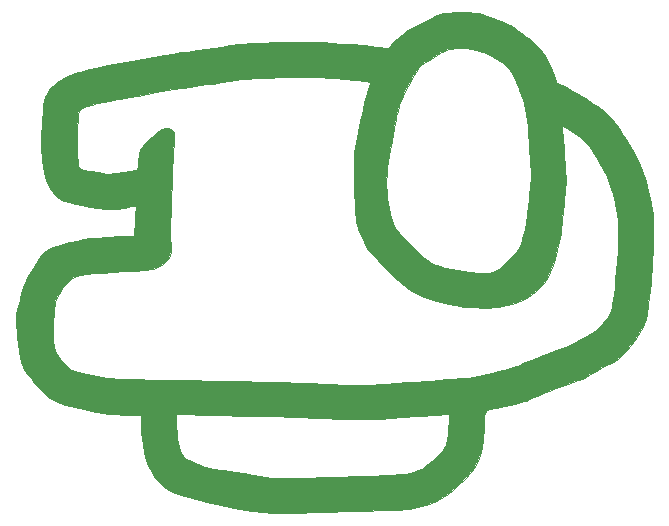
<source format=gbr>
%TF.GenerationSoftware,KiCad,Pcbnew,7.0.8*%
%TF.CreationDate,2023-10-19T16:09:30-04:00*%
%TF.ProjectId,CAN-Board-V1,43414e2d-426f-4617-9264-2d56312e6b69,rev?*%
%TF.SameCoordinates,Original*%
%TF.FileFunction,Legend,Bot*%
%TF.FilePolarity,Positive*%
%FSLAX46Y46*%
G04 Gerber Fmt 4.6, Leading zero omitted, Abs format (unit mm)*
G04 Created by KiCad (PCBNEW 7.0.8) date 2023-10-19 16:09:30*
%MOMM*%
%LPD*%
G01*
G04 APERTURE LIST*
%ADD10C,0.010000*%
G04 APERTURE END LIST*
%TO.C,G\u002A\u002A\u002A*%
D10*
X118846115Y-42657961D02*
X119340702Y-42693700D01*
X119738694Y-42752479D01*
X119790977Y-42763677D01*
X120721965Y-43025450D01*
X121651977Y-43397524D01*
X122535717Y-43859233D01*
X123327885Y-44389913D01*
X123451792Y-44484314D01*
X123756697Y-44715309D01*
X124044160Y-44931527D01*
X124265333Y-45096169D01*
X124422988Y-45222561D01*
X124835829Y-45649266D01*
X125229695Y-46192062D01*
X125590448Y-46829854D01*
X125903952Y-47541543D01*
X125943305Y-47643614D01*
X126076272Y-47984481D01*
X126191194Y-48273168D01*
X126276892Y-48481847D01*
X126322187Y-48582687D01*
X126384090Y-48640069D01*
X126551649Y-48739903D01*
X126775910Y-48844021D01*
X126943669Y-48918099D01*
X127334343Y-49114242D01*
X127805344Y-49373839D01*
X128332369Y-49682852D01*
X128891117Y-50027243D01*
X129457286Y-50392973D01*
X129668715Y-50535922D01*
X130325251Y-51031713D01*
X130875099Y-51543401D01*
X131346929Y-52099968D01*
X131769412Y-52730400D01*
X131908203Y-52959253D01*
X132174919Y-53392480D01*
X132450958Y-53834375D01*
X132694757Y-54218114D01*
X132898313Y-54551566D01*
X133169392Y-55062993D01*
X133415990Y-55621538D01*
X133645060Y-56246734D01*
X133863555Y-56958112D01*
X134078431Y-57775204D01*
X134296639Y-58717543D01*
X134350132Y-58963862D01*
X134399813Y-59210140D01*
X134437040Y-59433984D01*
X134463353Y-59659329D01*
X134480294Y-59910116D01*
X134489402Y-60210283D01*
X134492219Y-60583768D01*
X134490284Y-61054509D01*
X134485140Y-61646445D01*
X134484161Y-61747705D01*
X134476185Y-62397490D01*
X134464946Y-62951960D01*
X134448414Y-63445317D01*
X134424560Y-63911760D01*
X134391354Y-64385489D01*
X134346765Y-64900706D01*
X134288764Y-65491609D01*
X134215321Y-66192400D01*
X134160904Y-66682386D01*
X134062035Y-67467941D01*
X133964082Y-68109565D01*
X133866917Y-68608037D01*
X133770416Y-68964140D01*
X133630967Y-69305115D01*
X133349152Y-69824699D01*
X132966079Y-70404923D01*
X132490713Y-71031304D01*
X132350587Y-71202457D01*
X131963110Y-71635755D01*
X131608637Y-71962439D01*
X131265392Y-72200964D01*
X130911600Y-72369788D01*
X130777498Y-72428367D01*
X130515152Y-72559803D01*
X130201865Y-72729539D01*
X129879653Y-72915362D01*
X129631150Y-73062474D01*
X129189992Y-73314969D01*
X128814941Y-73513368D01*
X128469200Y-73675497D01*
X128115971Y-73819181D01*
X127718457Y-73962243D01*
X127326073Y-74100115D01*
X126800095Y-74291431D01*
X126246585Y-74498587D01*
X125692954Y-74710922D01*
X125166612Y-74917773D01*
X124694970Y-75108478D01*
X124305437Y-75272375D01*
X124025423Y-75398802D01*
X123897027Y-75459286D01*
X123731745Y-75530754D01*
X123555725Y-75596516D01*
X123350206Y-75661634D01*
X123096428Y-75731170D01*
X122775628Y-75810184D01*
X122369045Y-75903739D01*
X121857918Y-76016896D01*
X121223486Y-76154717D01*
X121052891Y-76191116D01*
X120714556Y-76265685D01*
X120478416Y-76338274D01*
X120325869Y-76433355D01*
X120238316Y-76575395D01*
X120197156Y-76788864D01*
X120183789Y-77098232D01*
X120179614Y-77527969D01*
X120167738Y-77960119D01*
X120108710Y-78749544D01*
X120005277Y-79474687D01*
X119861358Y-80116050D01*
X119680871Y-80654137D01*
X119467737Y-81069450D01*
X119321975Y-81275751D01*
X118978361Y-81694488D01*
X118560283Y-82142394D01*
X118094471Y-82595109D01*
X117607654Y-83028275D01*
X117126560Y-83417531D01*
X116677918Y-83738519D01*
X116288457Y-83966879D01*
X116257730Y-83981888D01*
X115920043Y-84129406D01*
X115528572Y-84277715D01*
X115161900Y-84396826D01*
X115155381Y-84398702D01*
X114837248Y-84485754D01*
X114524458Y-84560352D01*
X114201961Y-84623783D01*
X113854709Y-84677333D01*
X113467654Y-84722289D01*
X113025747Y-84759935D01*
X112513940Y-84791559D01*
X111917184Y-84818446D01*
X111220432Y-84841882D01*
X110408634Y-84863154D01*
X109466743Y-84883547D01*
X108879472Y-84896083D01*
X108147681Y-84913598D01*
X107442270Y-84932470D01*
X106783032Y-84952069D01*
X106189755Y-84971769D01*
X105682231Y-84990941D01*
X105280249Y-85008957D01*
X105003600Y-85025189D01*
X104830174Y-85037364D01*
X103947038Y-85081773D01*
X103339999Y-85087257D01*
X103116380Y-85089276D01*
X102300311Y-85057649D01*
X101460940Y-84984669D01*
X100560381Y-84868113D01*
X99560742Y-84705757D01*
X99034132Y-84611582D01*
X98268233Y-84465346D01*
X97591388Y-84322426D01*
X96969282Y-84175421D01*
X96367600Y-84016928D01*
X96144826Y-83955357D01*
X95688071Y-83829222D01*
X95206746Y-83696404D01*
X94774132Y-83577129D01*
X94249966Y-83416119D01*
X93606476Y-83152848D01*
X93073974Y-82838859D01*
X92633811Y-82460089D01*
X92267337Y-82002475D01*
X91955904Y-81451955D01*
X91895562Y-81325676D01*
X91655985Y-80787244D01*
X91481978Y-80309271D01*
X91360181Y-79842672D01*
X91277237Y-79338363D01*
X91219784Y-78747257D01*
X91216122Y-78698227D01*
X91187581Y-78276686D01*
X91164297Y-77864924D01*
X91148583Y-77507893D01*
X91142752Y-77250541D01*
X91142457Y-76769825D01*
X89890600Y-76731114D01*
X89649769Y-76722735D01*
X89042157Y-76690811D01*
X88648097Y-76656655D01*
X94117885Y-76656655D01*
X94128441Y-77230242D01*
X94141485Y-77728860D01*
X94170475Y-78284101D01*
X94216141Y-78739975D01*
X94282174Y-79122404D01*
X94372265Y-79457313D01*
X94490105Y-79770624D01*
X94600377Y-80022074D01*
X94703992Y-80217928D01*
X94814576Y-80351224D01*
X94965124Y-80460373D01*
X95188631Y-80583785D01*
X95369116Y-80676351D01*
X95938999Y-80928567D01*
X96543050Y-81131586D01*
X97217969Y-81296510D01*
X98000457Y-81434443D01*
X98074649Y-81445674D01*
X98603821Y-81526876D01*
X99186625Y-81617834D01*
X99757321Y-81708224D01*
X100250171Y-81787724D01*
X100459113Y-81822134D01*
X100776632Y-81874986D01*
X101061241Y-81921802D01*
X101322829Y-81962691D01*
X101571285Y-81997758D01*
X101816497Y-82027112D01*
X102068353Y-82050859D01*
X102336743Y-82069105D01*
X102631555Y-82081958D01*
X102962677Y-82089525D01*
X103339999Y-82091913D01*
X103773407Y-82089228D01*
X104272792Y-82081577D01*
X104848042Y-82069068D01*
X105509044Y-82051807D01*
X106265689Y-82029901D01*
X107127864Y-82003458D01*
X108105458Y-81972583D01*
X109208359Y-81937384D01*
X110446457Y-81897968D01*
X110833536Y-81885270D01*
X111665681Y-81853319D01*
X112374745Y-81816360D01*
X112976296Y-81770797D01*
X113485903Y-81713036D01*
X113919137Y-81639485D01*
X114291565Y-81546550D01*
X114618757Y-81430635D01*
X114916281Y-81288149D01*
X115199708Y-81115496D01*
X115484605Y-80909084D01*
X115786542Y-80665317D01*
X116058253Y-80430844D01*
X116462255Y-80039042D01*
X116743764Y-79695429D01*
X116909219Y-79392703D01*
X116944900Y-79290951D01*
X117044874Y-78897240D01*
X117124296Y-78418814D01*
X117176695Y-77900949D01*
X117195600Y-77388925D01*
X117195600Y-76660217D01*
X116705742Y-76706208D01*
X116672002Y-76709239D01*
X116423963Y-76727926D01*
X116067664Y-76751025D01*
X115633744Y-76776707D01*
X115152843Y-76803144D01*
X114655600Y-76828509D01*
X114640463Y-76829252D01*
X114104348Y-76858707D01*
X113550385Y-76894460D01*
X113019296Y-76933521D01*
X112551800Y-76972900D01*
X112188616Y-77009610D01*
X112108893Y-77018363D01*
X111584266Y-77060077D01*
X110944078Y-77089497D01*
X110212980Y-77106629D01*
X109946234Y-77108251D01*
X109415627Y-77111477D01*
X108576668Y-77104048D01*
X107720759Y-77084348D01*
X106872549Y-77052382D01*
X106056693Y-77008157D01*
X105954733Y-77001967D01*
X105515291Y-76979421D01*
X104957972Y-76955673D01*
X104303921Y-76931394D01*
X103574282Y-76907258D01*
X102790199Y-76883938D01*
X101972819Y-76862108D01*
X101143285Y-76842440D01*
X100322742Y-76825608D01*
X99974948Y-76818984D01*
X99182862Y-76803223D01*
X98410230Y-76786965D01*
X97675005Y-76770638D01*
X96995139Y-76754671D01*
X96388584Y-76739493D01*
X95873293Y-76725532D01*
X95467219Y-76713217D01*
X95188314Y-76702978D01*
X94117885Y-76656655D01*
X88648097Y-76656655D01*
X88473783Y-76641546D01*
X87909023Y-76569973D01*
X87312255Y-76471122D01*
X86647856Y-76340023D01*
X85880202Y-76171709D01*
X85796982Y-76152758D01*
X85195997Y-76010213D01*
X84712608Y-75882521D01*
X84323997Y-75761962D01*
X84007346Y-75640815D01*
X83739837Y-75511358D01*
X83498651Y-75365872D01*
X83200730Y-75139569D01*
X82844310Y-74820261D01*
X82469816Y-74445749D01*
X82109843Y-74048676D01*
X81796984Y-73661683D01*
X81602931Y-73395262D01*
X81357436Y-73019692D01*
X81162656Y-72654362D01*
X81010402Y-72273377D01*
X80892486Y-71850842D01*
X80800721Y-71360859D01*
X80726918Y-70777535D01*
X80662890Y-70074971D01*
X80657009Y-70000215D01*
X83682218Y-70000215D01*
X83700526Y-70502307D01*
X83742975Y-70893386D01*
X83764541Y-70994037D01*
X83862995Y-71293197D01*
X83992463Y-71566319D01*
X84025846Y-71620138D01*
X84184302Y-71839792D01*
X84394748Y-72098912D01*
X84629288Y-72366444D01*
X84860025Y-72611332D01*
X85059064Y-72802520D01*
X85198508Y-72908955D01*
X85270968Y-72936634D01*
X85477370Y-72996768D01*
X85781495Y-73075759D01*
X86157223Y-73167537D01*
X86578436Y-73266029D01*
X87019014Y-73365164D01*
X87452838Y-73458869D01*
X87853788Y-73541074D01*
X88195746Y-73605706D01*
X88273635Y-73618560D01*
X88473835Y-73644555D01*
X88721571Y-73667409D01*
X89029044Y-73687576D01*
X89408455Y-73705512D01*
X89872004Y-73721669D01*
X90431893Y-73736504D01*
X91100321Y-73750470D01*
X91889490Y-73764021D01*
X92811600Y-73777612D01*
X93961844Y-73794112D01*
X95568108Y-73819106D01*
X97098712Y-73845264D01*
X98546708Y-73872415D01*
X99905149Y-73900392D01*
X101167085Y-73929027D01*
X102325570Y-73958151D01*
X103373653Y-73987595D01*
X104304388Y-74017191D01*
X105110826Y-74046771D01*
X105786018Y-74076165D01*
X106323016Y-74105206D01*
X106357295Y-74107315D01*
X107285574Y-74155765D01*
X108208600Y-74188137D01*
X109103209Y-74204419D01*
X109946234Y-74204597D01*
X110714513Y-74188659D01*
X111384880Y-74156592D01*
X111934171Y-74108382D01*
X112020749Y-74098634D01*
X112449475Y-74057471D01*
X112953852Y-74017602D01*
X113478034Y-73983152D01*
X113966171Y-73958249D01*
X114018705Y-73956008D01*
X114556879Y-73928144D01*
X115161363Y-73889863D01*
X115761955Y-73845916D01*
X116288457Y-73801055D01*
X116462703Y-73784965D01*
X116920170Y-73744864D01*
X117362676Y-73708781D01*
X117747062Y-73680154D01*
X118030171Y-73662416D01*
X118226896Y-73651607D01*
X118594121Y-73624529D01*
X118924240Y-73586473D01*
X119261530Y-73530618D01*
X119650271Y-73450145D01*
X120134743Y-73338231D01*
X120419351Y-73271776D01*
X120891605Y-73164967D01*
X121360601Y-73062314D01*
X121757492Y-72979055D01*
X121829506Y-72963962D01*
X122253123Y-72857215D01*
X122647414Y-72730380D01*
X122954921Y-72601571D01*
X122976632Y-72590711D01*
X123196916Y-72488635D01*
X123500052Y-72360309D01*
X123895103Y-72202228D01*
X124391132Y-72010892D01*
X124997203Y-71782797D01*
X125722378Y-71514441D01*
X126575722Y-71202321D01*
X126886455Y-71082469D01*
X127292197Y-70909778D01*
X127665880Y-70734630D01*
X127954579Y-70580878D01*
X128054282Y-70522475D01*
X128396153Y-70326963D01*
X128777761Y-70113875D01*
X129133600Y-69919932D01*
X129147307Y-69912567D01*
X129597491Y-69642611D01*
X129968630Y-69349873D01*
X130302591Y-68996122D01*
X130641236Y-68543127D01*
X130687221Y-68474195D01*
X130778621Y-68318314D01*
X130859405Y-68144699D01*
X130931723Y-67940652D01*
X130997729Y-67693471D01*
X131059573Y-67390458D01*
X131119408Y-67018912D01*
X131179386Y-66566132D01*
X131241658Y-66019420D01*
X131308376Y-65366075D01*
X131381692Y-64593397D01*
X131463758Y-63688686D01*
X131466003Y-63663365D01*
X131514894Y-62968475D01*
X131542989Y-62253481D01*
X131550762Y-61545739D01*
X131538689Y-60872605D01*
X131507244Y-60261433D01*
X131456903Y-59739580D01*
X131388141Y-59334400D01*
X131269142Y-58830937D01*
X131068589Y-58049205D01*
X130875565Y-57389263D01*
X130685349Y-56836705D01*
X130493222Y-56377124D01*
X130294464Y-55996114D01*
X130266151Y-55947470D01*
X130109252Y-55668083D01*
X129928505Y-55334655D01*
X129757590Y-55009105D01*
X129534314Y-54620719D01*
X129137615Y-54066195D01*
X128689160Y-53564367D01*
X128226457Y-53160520D01*
X128096533Y-53066583D01*
X127834224Y-52887544D01*
X127554882Y-52707061D01*
X127285903Y-52541771D01*
X127054680Y-52408310D01*
X126888608Y-52323314D01*
X126815081Y-52303418D01*
X126813005Y-52330791D01*
X126818079Y-52482516D01*
X126833194Y-52751552D01*
X126857198Y-53120537D01*
X126888940Y-53572106D01*
X126927266Y-54088896D01*
X126971025Y-54653543D01*
X127154688Y-56975829D01*
X126995027Y-58681257D01*
X126974536Y-58895951D01*
X126832754Y-60184659D01*
X126671099Y-61335865D01*
X126488310Y-62355162D01*
X126283126Y-63248141D01*
X126054288Y-64020396D01*
X125800537Y-64677517D01*
X125520611Y-65225098D01*
X125469337Y-65305377D01*
X125238072Y-65600619D01*
X124931468Y-65928714D01*
X124585333Y-66255239D01*
X124235475Y-66545775D01*
X123917703Y-66765900D01*
X123790879Y-66837980D01*
X123230647Y-67092601D01*
X122530886Y-67326638D01*
X121695028Y-67538896D01*
X121495567Y-67581279D01*
X121227901Y-67627679D01*
X120961992Y-67656319D01*
X120661177Y-67669533D01*
X120288791Y-67669657D01*
X120170382Y-67667037D01*
X119808171Y-67659023D01*
X119721141Y-67656511D01*
X119279310Y-67639461D01*
X118896942Y-67614027D01*
X118533899Y-67575195D01*
X118150039Y-67517952D01*
X117705224Y-67437284D01*
X117159314Y-67328178D01*
X116508632Y-67189050D01*
X115882320Y-67036081D01*
X115336731Y-66872994D01*
X114849733Y-66687484D01*
X114399194Y-66467243D01*
X113962982Y-66199968D01*
X113518963Y-65873351D01*
X113045007Y-65475088D01*
X112518980Y-64992873D01*
X111918751Y-64414400D01*
X111432904Y-63932424D01*
X111017448Y-63500613D01*
X110681351Y-63121305D01*
X110409034Y-62772837D01*
X110184918Y-62433545D01*
X109993423Y-62081767D01*
X109818969Y-61695839D01*
X109645977Y-61254098D01*
X109544295Y-60965459D01*
X109457967Y-60678109D01*
X109387238Y-60380279D01*
X109330466Y-60055139D01*
X109286010Y-59685859D01*
X109252230Y-59255607D01*
X109227485Y-58747555D01*
X109210132Y-58144872D01*
X109198532Y-57430727D01*
X109198343Y-57409425D01*
X111918148Y-57409425D01*
X111936852Y-57859764D01*
X111980450Y-58339332D01*
X112050506Y-58898971D01*
X112108120Y-59233765D01*
X112234515Y-59749507D01*
X112397812Y-60259358D01*
X112582630Y-60717000D01*
X112773583Y-61076114D01*
X112873872Y-61206216D01*
X113072207Y-61428572D01*
X113340919Y-61711241D01*
X113659972Y-62034715D01*
X114009329Y-62379486D01*
X114368956Y-62726044D01*
X114718816Y-63054882D01*
X115038873Y-63346490D01*
X115309091Y-63581360D01*
X115509435Y-63739983D01*
X115636386Y-63824944D01*
X115860839Y-63947082D01*
X116130347Y-64058623D01*
X116464659Y-64165621D01*
X116883526Y-64274130D01*
X117406697Y-64390202D01*
X118053922Y-64519892D01*
X118367030Y-64578579D01*
X119074258Y-64692728D01*
X119669593Y-64757589D01*
X120170382Y-64774030D01*
X120593973Y-64742918D01*
X120957715Y-64665121D01*
X121125326Y-64604718D01*
X121300876Y-64510605D01*
X121497766Y-64367463D01*
X121741925Y-64156295D01*
X122059284Y-63858105D01*
X122176257Y-63745360D01*
X122484410Y-63439496D01*
X122742995Y-63159808D01*
X122958540Y-62889248D01*
X123137575Y-62610770D01*
X123286627Y-62307328D01*
X123412226Y-61961875D01*
X123520900Y-61557366D01*
X123619179Y-61076753D01*
X123713590Y-60502990D01*
X123810662Y-59819030D01*
X123916925Y-59007829D01*
X123966755Y-58616462D01*
X124030990Y-58088918D01*
X124080524Y-57629938D01*
X124115637Y-57215836D01*
X124136611Y-56822921D01*
X124143727Y-56427505D01*
X124137265Y-56005900D01*
X124117507Y-55534418D01*
X124084734Y-54989370D01*
X124039227Y-54347067D01*
X123981266Y-53583822D01*
X123945574Y-53133011D01*
X123882835Y-52416264D01*
X123819098Y-51809457D01*
X123750246Y-51289972D01*
X123672160Y-50835190D01*
X123580722Y-50422489D01*
X123471814Y-50029252D01*
X123341319Y-49632857D01*
X123185117Y-49210686D01*
X123129783Y-49068047D01*
X122913956Y-48539909D01*
X122717629Y-48119457D01*
X122524652Y-47780792D01*
X122318870Y-47498012D01*
X122084133Y-47245217D01*
X121804287Y-46996505D01*
X121110636Y-46494776D01*
X120320888Y-46084501D01*
X119494327Y-45813646D01*
X118634336Y-45683294D01*
X117744293Y-45694529D01*
X117740345Y-45694889D01*
X117401860Y-45734915D01*
X117135722Y-45795782D01*
X116877561Y-45897384D01*
X116563010Y-46059614D01*
X116229876Y-46245738D01*
X115676138Y-46575889D01*
X115215023Y-46879851D01*
X114860490Y-47148170D01*
X114626499Y-47371390D01*
X114564556Y-47450688D01*
X114397214Y-47702631D01*
X114193037Y-48045251D01*
X113966992Y-48450028D01*
X113734047Y-48888444D01*
X113509172Y-49331980D01*
X113307335Y-49752116D01*
X113143504Y-50120334D01*
X113032647Y-50408114D01*
X112967053Y-50625967D01*
X112870943Y-50998738D01*
X112776364Y-51416523D01*
X112696631Y-51823257D01*
X112663409Y-52007366D01*
X112582241Y-52442972D01*
X112485891Y-52946710D01*
X112383707Y-53469964D01*
X112285035Y-53964114D01*
X112236743Y-54212895D01*
X112146148Y-54733386D01*
X112065903Y-55261397D01*
X112003298Y-55747248D01*
X111965621Y-56141257D01*
X111949159Y-56393067D01*
X111922772Y-56937473D01*
X111918148Y-57409425D01*
X109198343Y-57409425D01*
X109191043Y-56588290D01*
X109187826Y-55956205D01*
X109187833Y-55429572D01*
X109191959Y-55012221D01*
X109200951Y-54685955D01*
X109215561Y-54432579D01*
X109236536Y-54233897D01*
X109264626Y-54071712D01*
X109300580Y-53927829D01*
X109317083Y-53865913D01*
X109374879Y-53617903D01*
X109449911Y-53265466D01*
X109536521Y-52836397D01*
X109629045Y-52358490D01*
X109721824Y-51859543D01*
X109772202Y-51588892D01*
X109902086Y-50942676D01*
X110032546Y-50361789D01*
X110157474Y-49872474D01*
X110270764Y-49500971D01*
X110348943Y-49275631D01*
X110447889Y-48990324D01*
X110523248Y-48772894D01*
X110563017Y-48657964D01*
X110568853Y-48631219D01*
X110543125Y-48579789D01*
X110443073Y-48538509D01*
X110245257Y-48499973D01*
X109926240Y-48456777D01*
X109853511Y-48447881D01*
X109610402Y-48419894D01*
X109343464Y-48392180D01*
X109035415Y-48363291D01*
X108668970Y-48331776D01*
X108226849Y-48296187D01*
X107691769Y-48255075D01*
X107046446Y-48206990D01*
X106273600Y-48150482D01*
X105957974Y-48131073D01*
X105495197Y-48114185D01*
X104971648Y-48108063D01*
X104366335Y-48112731D01*
X103658268Y-48128214D01*
X102826457Y-48154536D01*
X102040949Y-48184344D01*
X101361742Y-48215837D01*
X100764346Y-48251584D01*
X100216963Y-48294410D01*
X99687795Y-48347140D01*
X99145043Y-48412601D01*
X98556911Y-48493616D01*
X97891600Y-48593012D01*
X97635935Y-48631523D01*
X97180026Y-48698307D01*
X96658849Y-48773020D01*
X96118631Y-48849055D01*
X95605600Y-48919802D01*
X95343543Y-48955896D01*
X93862993Y-49177300D01*
X92418382Y-49425605D01*
X90924743Y-49715250D01*
X90710211Y-49758235D01*
X90240170Y-49848107D01*
X89781892Y-49930613D01*
X89378764Y-49998075D01*
X89074171Y-50042811D01*
X88867425Y-50072212D01*
X88419144Y-50150230D01*
X87933350Y-50249491D01*
X87446254Y-50361451D01*
X86994069Y-50477567D01*
X86613006Y-50589294D01*
X86339276Y-50688088D01*
X86194644Y-50752745D01*
X86063143Y-50827421D01*
X85962826Y-50920329D01*
X85888693Y-51049593D01*
X85835745Y-51233335D01*
X85798983Y-51489678D01*
X85773406Y-51836745D01*
X85754014Y-52292659D01*
X85735809Y-52875543D01*
X85721676Y-53578380D01*
X85723816Y-54263960D01*
X85744177Y-54841839D01*
X85782225Y-55302882D01*
X85837424Y-55637950D01*
X85909239Y-55837906D01*
X85926483Y-55853578D01*
X86063825Y-55910906D01*
X86311280Y-55981194D01*
X86643836Y-56058883D01*
X87036479Y-56138415D01*
X87464199Y-56214230D01*
X87901984Y-56280770D01*
X88206102Y-56314096D01*
X88503552Y-56321276D01*
X88831195Y-56298153D01*
X89244555Y-56243172D01*
X89462788Y-56210483D01*
X89831559Y-56155817D01*
X90160806Y-56107657D01*
X90398540Y-56073641D01*
X90545026Y-56050399D01*
X90731882Y-56010646D01*
X90823229Y-55976676D01*
X90838422Y-55932256D01*
X90866188Y-55766683D01*
X90896354Y-55511392D01*
X90924626Y-55199311D01*
X90950396Y-54914360D01*
X90992464Y-54638200D01*
X91061309Y-54406385D01*
X91172413Y-54189836D01*
X91341260Y-53959475D01*
X91583333Y-53686223D01*
X91914115Y-53341003D01*
X92064885Y-53190508D01*
X92507336Y-52807603D01*
X92903446Y-52559576D01*
X93252300Y-52446771D01*
X93552983Y-52469534D01*
X93804579Y-52628211D01*
X93846739Y-52671282D01*
X93925864Y-52772776D01*
X93962616Y-52888483D01*
X93965458Y-53061715D01*
X93942855Y-53335782D01*
X93941347Y-53351609D01*
X93903917Y-53807449D01*
X93865942Y-54381147D01*
X93828689Y-55046509D01*
X93793426Y-55777339D01*
X93761421Y-56547443D01*
X93733941Y-57330623D01*
X93712255Y-58100686D01*
X93706944Y-58308397D01*
X93691293Y-58837287D01*
X93673458Y-59346183D01*
X93654681Y-59803804D01*
X93636205Y-60178871D01*
X93619275Y-60440101D01*
X93616324Y-60478491D01*
X93599981Y-60861999D01*
X93601452Y-61263213D01*
X93620640Y-61601244D01*
X93642562Y-61831730D01*
X93676081Y-62312164D01*
X93678649Y-62689392D01*
X93648174Y-62991312D01*
X93582566Y-63245824D01*
X93479733Y-63480827D01*
X93365962Y-63663844D01*
X93041716Y-63997373D01*
X92621117Y-64251995D01*
X92130626Y-64409497D01*
X92121963Y-64411150D01*
X91941745Y-64434848D01*
X91641177Y-64463562D01*
X91243042Y-64495571D01*
X90770118Y-64529148D01*
X90245187Y-64562571D01*
X89691028Y-64594116D01*
X88775486Y-64647341D01*
X87887429Y-64709723D01*
X87137828Y-64775596D01*
X86523166Y-64845365D01*
X86039931Y-64919436D01*
X85684606Y-64998213D01*
X85453676Y-65082100D01*
X85222709Y-65225181D01*
X84849586Y-65557504D01*
X84496660Y-65992240D01*
X84186902Y-66503610D01*
X84067181Y-66740454D01*
X83973920Y-66951734D01*
X83907784Y-67155251D01*
X83858909Y-67389102D01*
X83817431Y-67691380D01*
X83773484Y-68100181D01*
X83768638Y-68148340D01*
X83716624Y-68791183D01*
X83687701Y-69419158D01*
X83682218Y-70000215D01*
X80657009Y-70000215D01*
X80628756Y-69641046D01*
X80592977Y-69143282D01*
X80571399Y-68756136D01*
X80564190Y-68459852D01*
X80571519Y-68234675D01*
X80593555Y-68060851D01*
X80630466Y-67918625D01*
X80682421Y-67788240D01*
X80738897Y-67636119D01*
X80814994Y-67345489D01*
X80865710Y-67045705D01*
X80990295Y-66434320D01*
X81233562Y-65749944D01*
X81591142Y-65005800D01*
X82059103Y-64211229D01*
X82339240Y-63783185D01*
X82622267Y-63386792D01*
X82877954Y-63083847D01*
X83127582Y-62855288D01*
X83392434Y-62682051D01*
X83693794Y-62545073D01*
X84052943Y-62425290D01*
X84558296Y-62284658D01*
X85156388Y-62136078D01*
X85766798Y-61999770D01*
X86339498Y-61886867D01*
X86824457Y-61808503D01*
X86901833Y-61798831D01*
X87209964Y-61767610D01*
X87617323Y-61733231D01*
X88089905Y-61697920D01*
X88593701Y-61663898D01*
X89094706Y-61633389D01*
X89558912Y-61608615D01*
X89952313Y-61591801D01*
X90240901Y-61585168D01*
X90536773Y-61584114D01*
X90632462Y-60348866D01*
X90656094Y-60024904D01*
X90679008Y-59655864D01*
X90692874Y-59358184D01*
X90696607Y-59156286D01*
X90689120Y-59074587D01*
X90674254Y-59069668D01*
X90549131Y-59073643D01*
X90329935Y-59101457D01*
X90052387Y-59148939D01*
X89689827Y-59212897D01*
X89133116Y-59285173D01*
X88606582Y-59312944D01*
X88068237Y-59295918D01*
X87476096Y-59233805D01*
X86788171Y-59126313D01*
X86177395Y-59014836D01*
X85541403Y-58880774D01*
X85020610Y-58744284D01*
X84598656Y-58598552D01*
X84259186Y-58436767D01*
X83985840Y-58252116D01*
X83762261Y-58037786D01*
X83572091Y-57786967D01*
X83530157Y-57723035D01*
X83327115Y-57395300D01*
X83185893Y-57118658D01*
X83082231Y-56839474D01*
X82991872Y-56504114D01*
X82911518Y-56150627D01*
X82829390Y-55717158D01*
X82769238Y-55282711D01*
X82729702Y-54823368D01*
X82709423Y-54315212D01*
X82707041Y-53734324D01*
X82721197Y-53056788D01*
X82750531Y-52258686D01*
X82775704Y-51739598D01*
X82819865Y-51118308D01*
X82878742Y-50608036D01*
X82957378Y-50188897D01*
X83060816Y-49841002D01*
X83194100Y-49544468D01*
X83362273Y-49279407D01*
X83570379Y-49025933D01*
X83691888Y-48899067D01*
X84204970Y-48477920D01*
X84824534Y-48114216D01*
X85524846Y-47821374D01*
X86280171Y-47612816D01*
X86477254Y-47571414D01*
X86846074Y-47493443D01*
X87259291Y-47405666D01*
X87659028Y-47320359D01*
X88391896Y-47166058D01*
X89364433Y-46968306D01*
X90346314Y-46775869D01*
X91312430Y-46593378D01*
X92237670Y-46425466D01*
X93096923Y-46276763D01*
X93865079Y-46151901D01*
X94517028Y-46055510D01*
X95002401Y-45988319D01*
X95874637Y-45865549D01*
X96658704Y-45752428D01*
X97343433Y-45650632D01*
X97917653Y-45561835D01*
X98370194Y-45487710D01*
X98689885Y-45429934D01*
X98691918Y-45429537D01*
X98940467Y-45393998D01*
X99313792Y-45357893D01*
X99791764Y-45322108D01*
X100354255Y-45287528D01*
X100981134Y-45255040D01*
X101652272Y-45225530D01*
X102347539Y-45199883D01*
X103046807Y-45178985D01*
X103729945Y-45163723D01*
X104376824Y-45154983D01*
X104967314Y-45153650D01*
X105417351Y-45159897D01*
X105976811Y-45177626D01*
X106600598Y-45207527D01*
X107302003Y-45250498D01*
X108094318Y-45307435D01*
X108990835Y-45379236D01*
X110004845Y-45466798D01*
X111149641Y-45571019D01*
X112106825Y-45659951D01*
X112514256Y-45204430D01*
X112803654Y-44915313D01*
X113240361Y-44561740D01*
X113785332Y-44193557D01*
X114449334Y-43803581D01*
X115243135Y-43384633D01*
X115593952Y-43211579D01*
X116082397Y-42990860D01*
X116484118Y-42839594D01*
X116819344Y-42749633D01*
X116836081Y-42746328D01*
X117249915Y-42689447D01*
X117754007Y-42655790D01*
X118301645Y-42645309D01*
X118846115Y-42657961D01*
G36*
X118846115Y-42657961D02*
G01*
X119340702Y-42693700D01*
X119738694Y-42752479D01*
X119790977Y-42763677D01*
X120721965Y-43025450D01*
X121651977Y-43397524D01*
X122535717Y-43859233D01*
X123327885Y-44389913D01*
X123451792Y-44484314D01*
X123756697Y-44715309D01*
X124044160Y-44931527D01*
X124265333Y-45096169D01*
X124422988Y-45222561D01*
X124835829Y-45649266D01*
X125229695Y-46192062D01*
X125590448Y-46829854D01*
X125903952Y-47541543D01*
X125943305Y-47643614D01*
X126076272Y-47984481D01*
X126191194Y-48273168D01*
X126276892Y-48481847D01*
X126322187Y-48582687D01*
X126384090Y-48640069D01*
X126551649Y-48739903D01*
X126775910Y-48844021D01*
X126943669Y-48918099D01*
X127334343Y-49114242D01*
X127805344Y-49373839D01*
X128332369Y-49682852D01*
X128891117Y-50027243D01*
X129457286Y-50392973D01*
X129668715Y-50535922D01*
X130325251Y-51031713D01*
X130875099Y-51543401D01*
X131346929Y-52099968D01*
X131769412Y-52730400D01*
X131908203Y-52959253D01*
X132174919Y-53392480D01*
X132450958Y-53834375D01*
X132694757Y-54218114D01*
X132898313Y-54551566D01*
X133169392Y-55062993D01*
X133415990Y-55621538D01*
X133645060Y-56246734D01*
X133863555Y-56958112D01*
X134078431Y-57775204D01*
X134296639Y-58717543D01*
X134350132Y-58963862D01*
X134399813Y-59210140D01*
X134437040Y-59433984D01*
X134463353Y-59659329D01*
X134480294Y-59910116D01*
X134489402Y-60210283D01*
X134492219Y-60583768D01*
X134490284Y-61054509D01*
X134485140Y-61646445D01*
X134484161Y-61747705D01*
X134476185Y-62397490D01*
X134464946Y-62951960D01*
X134448414Y-63445317D01*
X134424560Y-63911760D01*
X134391354Y-64385489D01*
X134346765Y-64900706D01*
X134288764Y-65491609D01*
X134215321Y-66192400D01*
X134160904Y-66682386D01*
X134062035Y-67467941D01*
X133964082Y-68109565D01*
X133866917Y-68608037D01*
X133770416Y-68964140D01*
X133630967Y-69305115D01*
X133349152Y-69824699D01*
X132966079Y-70404923D01*
X132490713Y-71031304D01*
X132350587Y-71202457D01*
X131963110Y-71635755D01*
X131608637Y-71962439D01*
X131265392Y-72200964D01*
X130911600Y-72369788D01*
X130777498Y-72428367D01*
X130515152Y-72559803D01*
X130201865Y-72729539D01*
X129879653Y-72915362D01*
X129631150Y-73062474D01*
X129189992Y-73314969D01*
X128814941Y-73513368D01*
X128469200Y-73675497D01*
X128115971Y-73819181D01*
X127718457Y-73962243D01*
X127326073Y-74100115D01*
X126800095Y-74291431D01*
X126246585Y-74498587D01*
X125692954Y-74710922D01*
X125166612Y-74917773D01*
X124694970Y-75108478D01*
X124305437Y-75272375D01*
X124025423Y-75398802D01*
X123897027Y-75459286D01*
X123731745Y-75530754D01*
X123555725Y-75596516D01*
X123350206Y-75661634D01*
X123096428Y-75731170D01*
X122775628Y-75810184D01*
X122369045Y-75903739D01*
X121857918Y-76016896D01*
X121223486Y-76154717D01*
X121052891Y-76191116D01*
X120714556Y-76265685D01*
X120478416Y-76338274D01*
X120325869Y-76433355D01*
X120238316Y-76575395D01*
X120197156Y-76788864D01*
X120183789Y-77098232D01*
X120179614Y-77527969D01*
X120167738Y-77960119D01*
X120108710Y-78749544D01*
X120005277Y-79474687D01*
X119861358Y-80116050D01*
X119680871Y-80654137D01*
X119467737Y-81069450D01*
X119321975Y-81275751D01*
X118978361Y-81694488D01*
X118560283Y-82142394D01*
X118094471Y-82595109D01*
X117607654Y-83028275D01*
X117126560Y-83417531D01*
X116677918Y-83738519D01*
X116288457Y-83966879D01*
X116257730Y-83981888D01*
X115920043Y-84129406D01*
X115528572Y-84277715D01*
X115161900Y-84396826D01*
X115155381Y-84398702D01*
X114837248Y-84485754D01*
X114524458Y-84560352D01*
X114201961Y-84623783D01*
X113854709Y-84677333D01*
X113467654Y-84722289D01*
X113025747Y-84759935D01*
X112513940Y-84791559D01*
X111917184Y-84818446D01*
X111220432Y-84841882D01*
X110408634Y-84863154D01*
X109466743Y-84883547D01*
X108879472Y-84896083D01*
X108147681Y-84913598D01*
X107442270Y-84932470D01*
X106783032Y-84952069D01*
X106189755Y-84971769D01*
X105682231Y-84990941D01*
X105280249Y-85008957D01*
X105003600Y-85025189D01*
X104830174Y-85037364D01*
X103947038Y-85081773D01*
X103339999Y-85087257D01*
X103116380Y-85089276D01*
X102300311Y-85057649D01*
X101460940Y-84984669D01*
X100560381Y-84868113D01*
X99560742Y-84705757D01*
X99034132Y-84611582D01*
X98268233Y-84465346D01*
X97591388Y-84322426D01*
X96969282Y-84175421D01*
X96367600Y-84016928D01*
X96144826Y-83955357D01*
X95688071Y-83829222D01*
X95206746Y-83696404D01*
X94774132Y-83577129D01*
X94249966Y-83416119D01*
X93606476Y-83152848D01*
X93073974Y-82838859D01*
X92633811Y-82460089D01*
X92267337Y-82002475D01*
X91955904Y-81451955D01*
X91895562Y-81325676D01*
X91655985Y-80787244D01*
X91481978Y-80309271D01*
X91360181Y-79842672D01*
X91277237Y-79338363D01*
X91219784Y-78747257D01*
X91216122Y-78698227D01*
X91187581Y-78276686D01*
X91164297Y-77864924D01*
X91148583Y-77507893D01*
X91142752Y-77250541D01*
X91142457Y-76769825D01*
X89890600Y-76731114D01*
X89649769Y-76722735D01*
X89042157Y-76690811D01*
X88648097Y-76656655D01*
X94117885Y-76656655D01*
X94128441Y-77230242D01*
X94141485Y-77728860D01*
X94170475Y-78284101D01*
X94216141Y-78739975D01*
X94282174Y-79122404D01*
X94372265Y-79457313D01*
X94490105Y-79770624D01*
X94600377Y-80022074D01*
X94703992Y-80217928D01*
X94814576Y-80351224D01*
X94965124Y-80460373D01*
X95188631Y-80583785D01*
X95369116Y-80676351D01*
X95938999Y-80928567D01*
X96543050Y-81131586D01*
X97217969Y-81296510D01*
X98000457Y-81434443D01*
X98074649Y-81445674D01*
X98603821Y-81526876D01*
X99186625Y-81617834D01*
X99757321Y-81708224D01*
X100250171Y-81787724D01*
X100459113Y-81822134D01*
X100776632Y-81874986D01*
X101061241Y-81921802D01*
X101322829Y-81962691D01*
X101571285Y-81997758D01*
X101816497Y-82027112D01*
X102068353Y-82050859D01*
X102336743Y-82069105D01*
X102631555Y-82081958D01*
X102962677Y-82089525D01*
X103339999Y-82091913D01*
X103773407Y-82089228D01*
X104272792Y-82081577D01*
X104848042Y-82069068D01*
X105509044Y-82051807D01*
X106265689Y-82029901D01*
X107127864Y-82003458D01*
X108105458Y-81972583D01*
X109208359Y-81937384D01*
X110446457Y-81897968D01*
X110833536Y-81885270D01*
X111665681Y-81853319D01*
X112374745Y-81816360D01*
X112976296Y-81770797D01*
X113485903Y-81713036D01*
X113919137Y-81639485D01*
X114291565Y-81546550D01*
X114618757Y-81430635D01*
X114916281Y-81288149D01*
X115199708Y-81115496D01*
X115484605Y-80909084D01*
X115786542Y-80665317D01*
X116058253Y-80430844D01*
X116462255Y-80039042D01*
X116743764Y-79695429D01*
X116909219Y-79392703D01*
X116944900Y-79290951D01*
X117044874Y-78897240D01*
X117124296Y-78418814D01*
X117176695Y-77900949D01*
X117195600Y-77388925D01*
X117195600Y-76660217D01*
X116705742Y-76706208D01*
X116672002Y-76709239D01*
X116423963Y-76727926D01*
X116067664Y-76751025D01*
X115633744Y-76776707D01*
X115152843Y-76803144D01*
X114655600Y-76828509D01*
X114640463Y-76829252D01*
X114104348Y-76858707D01*
X113550385Y-76894460D01*
X113019296Y-76933521D01*
X112551800Y-76972900D01*
X112188616Y-77009610D01*
X112108893Y-77018363D01*
X111584266Y-77060077D01*
X110944078Y-77089497D01*
X110212980Y-77106629D01*
X109946234Y-77108251D01*
X109415627Y-77111477D01*
X108576668Y-77104048D01*
X107720759Y-77084348D01*
X106872549Y-77052382D01*
X106056693Y-77008157D01*
X105954733Y-77001967D01*
X105515291Y-76979421D01*
X104957972Y-76955673D01*
X104303921Y-76931394D01*
X103574282Y-76907258D01*
X102790199Y-76883938D01*
X101972819Y-76862108D01*
X101143285Y-76842440D01*
X100322742Y-76825608D01*
X99974948Y-76818984D01*
X99182862Y-76803223D01*
X98410230Y-76786965D01*
X97675005Y-76770638D01*
X96995139Y-76754671D01*
X96388584Y-76739493D01*
X95873293Y-76725532D01*
X95467219Y-76713217D01*
X95188314Y-76702978D01*
X94117885Y-76656655D01*
X88648097Y-76656655D01*
X88473783Y-76641546D01*
X87909023Y-76569973D01*
X87312255Y-76471122D01*
X86647856Y-76340023D01*
X85880202Y-76171709D01*
X85796982Y-76152758D01*
X85195997Y-76010213D01*
X84712608Y-75882521D01*
X84323997Y-75761962D01*
X84007346Y-75640815D01*
X83739837Y-75511358D01*
X83498651Y-75365872D01*
X83200730Y-75139569D01*
X82844310Y-74820261D01*
X82469816Y-74445749D01*
X82109843Y-74048676D01*
X81796984Y-73661683D01*
X81602931Y-73395262D01*
X81357436Y-73019692D01*
X81162656Y-72654362D01*
X81010402Y-72273377D01*
X80892486Y-71850842D01*
X80800721Y-71360859D01*
X80726918Y-70777535D01*
X80662890Y-70074971D01*
X80657009Y-70000215D01*
X83682218Y-70000215D01*
X83700526Y-70502307D01*
X83742975Y-70893386D01*
X83764541Y-70994037D01*
X83862995Y-71293197D01*
X83992463Y-71566319D01*
X84025846Y-71620138D01*
X84184302Y-71839792D01*
X84394748Y-72098912D01*
X84629288Y-72366444D01*
X84860025Y-72611332D01*
X85059064Y-72802520D01*
X85198508Y-72908955D01*
X85270968Y-72936634D01*
X85477370Y-72996768D01*
X85781495Y-73075759D01*
X86157223Y-73167537D01*
X86578436Y-73266029D01*
X87019014Y-73365164D01*
X87452838Y-73458869D01*
X87853788Y-73541074D01*
X88195746Y-73605706D01*
X88273635Y-73618560D01*
X88473835Y-73644555D01*
X88721571Y-73667409D01*
X89029044Y-73687576D01*
X89408455Y-73705512D01*
X89872004Y-73721669D01*
X90431893Y-73736504D01*
X91100321Y-73750470D01*
X91889490Y-73764021D01*
X92811600Y-73777612D01*
X93961844Y-73794112D01*
X95568108Y-73819106D01*
X97098712Y-73845264D01*
X98546708Y-73872415D01*
X99905149Y-73900392D01*
X101167085Y-73929027D01*
X102325570Y-73958151D01*
X103373653Y-73987595D01*
X104304388Y-74017191D01*
X105110826Y-74046771D01*
X105786018Y-74076165D01*
X106323016Y-74105206D01*
X106357295Y-74107315D01*
X107285574Y-74155765D01*
X108208600Y-74188137D01*
X109103209Y-74204419D01*
X109946234Y-74204597D01*
X110714513Y-74188659D01*
X111384880Y-74156592D01*
X111934171Y-74108382D01*
X112020749Y-74098634D01*
X112449475Y-74057471D01*
X112953852Y-74017602D01*
X113478034Y-73983152D01*
X113966171Y-73958249D01*
X114018705Y-73956008D01*
X114556879Y-73928144D01*
X115161363Y-73889863D01*
X115761955Y-73845916D01*
X116288457Y-73801055D01*
X116462703Y-73784965D01*
X116920170Y-73744864D01*
X117362676Y-73708781D01*
X117747062Y-73680154D01*
X118030171Y-73662416D01*
X118226896Y-73651607D01*
X118594121Y-73624529D01*
X118924240Y-73586473D01*
X119261530Y-73530618D01*
X119650271Y-73450145D01*
X120134743Y-73338231D01*
X120419351Y-73271776D01*
X120891605Y-73164967D01*
X121360601Y-73062314D01*
X121757492Y-72979055D01*
X121829506Y-72963962D01*
X122253123Y-72857215D01*
X122647414Y-72730380D01*
X122954921Y-72601571D01*
X122976632Y-72590711D01*
X123196916Y-72488635D01*
X123500052Y-72360309D01*
X123895103Y-72202228D01*
X124391132Y-72010892D01*
X124997203Y-71782797D01*
X125722378Y-71514441D01*
X126575722Y-71202321D01*
X126886455Y-71082469D01*
X127292197Y-70909778D01*
X127665880Y-70734630D01*
X127954579Y-70580878D01*
X128054282Y-70522475D01*
X128396153Y-70326963D01*
X128777761Y-70113875D01*
X129133600Y-69919932D01*
X129147307Y-69912567D01*
X129597491Y-69642611D01*
X129968630Y-69349873D01*
X130302591Y-68996122D01*
X130641236Y-68543127D01*
X130687221Y-68474195D01*
X130778621Y-68318314D01*
X130859405Y-68144699D01*
X130931723Y-67940652D01*
X130997729Y-67693471D01*
X131059573Y-67390458D01*
X131119408Y-67018912D01*
X131179386Y-66566132D01*
X131241658Y-66019420D01*
X131308376Y-65366075D01*
X131381692Y-64593397D01*
X131463758Y-63688686D01*
X131466003Y-63663365D01*
X131514894Y-62968475D01*
X131542989Y-62253481D01*
X131550762Y-61545739D01*
X131538689Y-60872605D01*
X131507244Y-60261433D01*
X131456903Y-59739580D01*
X131388141Y-59334400D01*
X131269142Y-58830937D01*
X131068589Y-58049205D01*
X130875565Y-57389263D01*
X130685349Y-56836705D01*
X130493222Y-56377124D01*
X130294464Y-55996114D01*
X130266151Y-55947470D01*
X130109252Y-55668083D01*
X129928505Y-55334655D01*
X129757590Y-55009105D01*
X129534314Y-54620719D01*
X129137615Y-54066195D01*
X128689160Y-53564367D01*
X128226457Y-53160520D01*
X128096533Y-53066583D01*
X127834224Y-52887544D01*
X127554882Y-52707061D01*
X127285903Y-52541771D01*
X127054680Y-52408310D01*
X126888608Y-52323314D01*
X126815081Y-52303418D01*
X126813005Y-52330791D01*
X126818079Y-52482516D01*
X126833194Y-52751552D01*
X126857198Y-53120537D01*
X126888940Y-53572106D01*
X126927266Y-54088896D01*
X126971025Y-54653543D01*
X127154688Y-56975829D01*
X126995027Y-58681257D01*
X126974536Y-58895951D01*
X126832754Y-60184659D01*
X126671099Y-61335865D01*
X126488310Y-62355162D01*
X126283126Y-63248141D01*
X126054288Y-64020396D01*
X125800537Y-64677517D01*
X125520611Y-65225098D01*
X125469337Y-65305377D01*
X125238072Y-65600619D01*
X124931468Y-65928714D01*
X124585333Y-66255239D01*
X124235475Y-66545775D01*
X123917703Y-66765900D01*
X123790879Y-66837980D01*
X123230647Y-67092601D01*
X122530886Y-67326638D01*
X121695028Y-67538896D01*
X121495567Y-67581279D01*
X121227901Y-67627679D01*
X120961992Y-67656319D01*
X120661177Y-67669533D01*
X120288791Y-67669657D01*
X120170382Y-67667037D01*
X119808171Y-67659023D01*
X119721141Y-67656511D01*
X119279310Y-67639461D01*
X118896942Y-67614027D01*
X118533899Y-67575195D01*
X118150039Y-67517952D01*
X117705224Y-67437284D01*
X117159314Y-67328178D01*
X116508632Y-67189050D01*
X115882320Y-67036081D01*
X115336731Y-66872994D01*
X114849733Y-66687484D01*
X114399194Y-66467243D01*
X113962982Y-66199968D01*
X113518963Y-65873351D01*
X113045007Y-65475088D01*
X112518980Y-64992873D01*
X111918751Y-64414400D01*
X111432904Y-63932424D01*
X111017448Y-63500613D01*
X110681351Y-63121305D01*
X110409034Y-62772837D01*
X110184918Y-62433545D01*
X109993423Y-62081767D01*
X109818969Y-61695839D01*
X109645977Y-61254098D01*
X109544295Y-60965459D01*
X109457967Y-60678109D01*
X109387238Y-60380279D01*
X109330466Y-60055139D01*
X109286010Y-59685859D01*
X109252230Y-59255607D01*
X109227485Y-58747555D01*
X109210132Y-58144872D01*
X109198532Y-57430727D01*
X109198343Y-57409425D01*
X111918148Y-57409425D01*
X111936852Y-57859764D01*
X111980450Y-58339332D01*
X112050506Y-58898971D01*
X112108120Y-59233765D01*
X112234515Y-59749507D01*
X112397812Y-60259358D01*
X112582630Y-60717000D01*
X112773583Y-61076114D01*
X112873872Y-61206216D01*
X113072207Y-61428572D01*
X113340919Y-61711241D01*
X113659972Y-62034715D01*
X114009329Y-62379486D01*
X114368956Y-62726044D01*
X114718816Y-63054882D01*
X115038873Y-63346490D01*
X115309091Y-63581360D01*
X115509435Y-63739983D01*
X115636386Y-63824944D01*
X115860839Y-63947082D01*
X116130347Y-64058623D01*
X116464659Y-64165621D01*
X116883526Y-64274130D01*
X117406697Y-64390202D01*
X118053922Y-64519892D01*
X118367030Y-64578579D01*
X119074258Y-64692728D01*
X119669593Y-64757589D01*
X120170382Y-64774030D01*
X120593973Y-64742918D01*
X120957715Y-64665121D01*
X121125326Y-64604718D01*
X121300876Y-64510605D01*
X121497766Y-64367463D01*
X121741925Y-64156295D01*
X122059284Y-63858105D01*
X122176257Y-63745360D01*
X122484410Y-63439496D01*
X122742995Y-63159808D01*
X122958540Y-62889248D01*
X123137575Y-62610770D01*
X123286627Y-62307328D01*
X123412226Y-61961875D01*
X123520900Y-61557366D01*
X123619179Y-61076753D01*
X123713590Y-60502990D01*
X123810662Y-59819030D01*
X123916925Y-59007829D01*
X123966755Y-58616462D01*
X124030990Y-58088918D01*
X124080524Y-57629938D01*
X124115637Y-57215836D01*
X124136611Y-56822921D01*
X124143727Y-56427505D01*
X124137265Y-56005900D01*
X124117507Y-55534418D01*
X124084734Y-54989370D01*
X124039227Y-54347067D01*
X123981266Y-53583822D01*
X123945574Y-53133011D01*
X123882835Y-52416264D01*
X123819098Y-51809457D01*
X123750246Y-51289972D01*
X123672160Y-50835190D01*
X123580722Y-50422489D01*
X123471814Y-50029252D01*
X123341319Y-49632857D01*
X123185117Y-49210686D01*
X123129783Y-49068047D01*
X122913956Y-48539909D01*
X122717629Y-48119457D01*
X122524652Y-47780792D01*
X122318870Y-47498012D01*
X122084133Y-47245217D01*
X121804287Y-46996505D01*
X121110636Y-46494776D01*
X120320888Y-46084501D01*
X119494327Y-45813646D01*
X118634336Y-45683294D01*
X117744293Y-45694529D01*
X117740345Y-45694889D01*
X117401860Y-45734915D01*
X117135722Y-45795782D01*
X116877561Y-45897384D01*
X116563010Y-46059614D01*
X116229876Y-46245738D01*
X115676138Y-46575889D01*
X115215023Y-46879851D01*
X114860490Y-47148170D01*
X114626499Y-47371390D01*
X114564556Y-47450688D01*
X114397214Y-47702631D01*
X114193037Y-48045251D01*
X113966992Y-48450028D01*
X113734047Y-48888444D01*
X113509172Y-49331980D01*
X113307335Y-49752116D01*
X113143504Y-50120334D01*
X113032647Y-50408114D01*
X112967053Y-50625967D01*
X112870943Y-50998738D01*
X112776364Y-51416523D01*
X112696631Y-51823257D01*
X112663409Y-52007366D01*
X112582241Y-52442972D01*
X112485891Y-52946710D01*
X112383707Y-53469964D01*
X112285035Y-53964114D01*
X112236743Y-54212895D01*
X112146148Y-54733386D01*
X112065903Y-55261397D01*
X112003298Y-55747248D01*
X111965621Y-56141257D01*
X111949159Y-56393067D01*
X111922772Y-56937473D01*
X111918148Y-57409425D01*
X109198343Y-57409425D01*
X109191043Y-56588290D01*
X109187826Y-55956205D01*
X109187833Y-55429572D01*
X109191959Y-55012221D01*
X109200951Y-54685955D01*
X109215561Y-54432579D01*
X109236536Y-54233897D01*
X109264626Y-54071712D01*
X109300580Y-53927829D01*
X109317083Y-53865913D01*
X109374879Y-53617903D01*
X109449911Y-53265466D01*
X109536521Y-52836397D01*
X109629045Y-52358490D01*
X109721824Y-51859543D01*
X109772202Y-51588892D01*
X109902086Y-50942676D01*
X110032546Y-50361789D01*
X110157474Y-49872474D01*
X110270764Y-49500971D01*
X110348943Y-49275631D01*
X110447889Y-48990324D01*
X110523248Y-48772894D01*
X110563017Y-48657964D01*
X110568853Y-48631219D01*
X110543125Y-48579789D01*
X110443073Y-48538509D01*
X110245257Y-48499973D01*
X109926240Y-48456777D01*
X109853511Y-48447881D01*
X109610402Y-48419894D01*
X109343464Y-48392180D01*
X109035415Y-48363291D01*
X108668970Y-48331776D01*
X108226849Y-48296187D01*
X107691769Y-48255075D01*
X107046446Y-48206990D01*
X106273600Y-48150482D01*
X105957974Y-48131073D01*
X105495197Y-48114185D01*
X104971648Y-48108063D01*
X104366335Y-48112731D01*
X103658268Y-48128214D01*
X102826457Y-48154536D01*
X102040949Y-48184344D01*
X101361742Y-48215837D01*
X100764346Y-48251584D01*
X100216963Y-48294410D01*
X99687795Y-48347140D01*
X99145043Y-48412601D01*
X98556911Y-48493616D01*
X97891600Y-48593012D01*
X97635935Y-48631523D01*
X97180026Y-48698307D01*
X96658849Y-48773020D01*
X96118631Y-48849055D01*
X95605600Y-48919802D01*
X95343543Y-48955896D01*
X93862993Y-49177300D01*
X92418382Y-49425605D01*
X90924743Y-49715250D01*
X90710211Y-49758235D01*
X90240170Y-49848107D01*
X89781892Y-49930613D01*
X89378764Y-49998075D01*
X89074171Y-50042811D01*
X88867425Y-50072212D01*
X88419144Y-50150230D01*
X87933350Y-50249491D01*
X87446254Y-50361451D01*
X86994069Y-50477567D01*
X86613006Y-50589294D01*
X86339276Y-50688088D01*
X86194644Y-50752745D01*
X86063143Y-50827421D01*
X85962826Y-50920329D01*
X85888693Y-51049593D01*
X85835745Y-51233335D01*
X85798983Y-51489678D01*
X85773406Y-51836745D01*
X85754014Y-52292659D01*
X85735809Y-52875543D01*
X85721676Y-53578380D01*
X85723816Y-54263960D01*
X85744177Y-54841839D01*
X85782225Y-55302882D01*
X85837424Y-55637950D01*
X85909239Y-55837906D01*
X85926483Y-55853578D01*
X86063825Y-55910906D01*
X86311280Y-55981194D01*
X86643836Y-56058883D01*
X87036479Y-56138415D01*
X87464199Y-56214230D01*
X87901984Y-56280770D01*
X88206102Y-56314096D01*
X88503552Y-56321276D01*
X88831195Y-56298153D01*
X89244555Y-56243172D01*
X89462788Y-56210483D01*
X89831559Y-56155817D01*
X90160806Y-56107657D01*
X90398540Y-56073641D01*
X90545026Y-56050399D01*
X90731882Y-56010646D01*
X90823229Y-55976676D01*
X90838422Y-55932256D01*
X90866188Y-55766683D01*
X90896354Y-55511392D01*
X90924626Y-55199311D01*
X90950396Y-54914360D01*
X90992464Y-54638200D01*
X91061309Y-54406385D01*
X91172413Y-54189836D01*
X91341260Y-53959475D01*
X91583333Y-53686223D01*
X91914115Y-53341003D01*
X92064885Y-53190508D01*
X92507336Y-52807603D01*
X92903446Y-52559576D01*
X93252300Y-52446771D01*
X93552983Y-52469534D01*
X93804579Y-52628211D01*
X93846739Y-52671282D01*
X93925864Y-52772776D01*
X93962616Y-52888483D01*
X93965458Y-53061715D01*
X93942855Y-53335782D01*
X93941347Y-53351609D01*
X93903917Y-53807449D01*
X93865942Y-54381147D01*
X93828689Y-55046509D01*
X93793426Y-55777339D01*
X93761421Y-56547443D01*
X93733941Y-57330623D01*
X93712255Y-58100686D01*
X93706944Y-58308397D01*
X93691293Y-58837287D01*
X93673458Y-59346183D01*
X93654681Y-59803804D01*
X93636205Y-60178871D01*
X93619275Y-60440101D01*
X93616324Y-60478491D01*
X93599981Y-60861999D01*
X93601452Y-61263213D01*
X93620640Y-61601244D01*
X93642562Y-61831730D01*
X93676081Y-62312164D01*
X93678649Y-62689392D01*
X93648174Y-62991312D01*
X93582566Y-63245824D01*
X93479733Y-63480827D01*
X93365962Y-63663844D01*
X93041716Y-63997373D01*
X92621117Y-64251995D01*
X92130626Y-64409497D01*
X92121963Y-64411150D01*
X91941745Y-64434848D01*
X91641177Y-64463562D01*
X91243042Y-64495571D01*
X90770118Y-64529148D01*
X90245187Y-64562571D01*
X89691028Y-64594116D01*
X88775486Y-64647341D01*
X87887429Y-64709723D01*
X87137828Y-64775596D01*
X86523166Y-64845365D01*
X86039931Y-64919436D01*
X85684606Y-64998213D01*
X85453676Y-65082100D01*
X85222709Y-65225181D01*
X84849586Y-65557504D01*
X84496660Y-65992240D01*
X84186902Y-66503610D01*
X84067181Y-66740454D01*
X83973920Y-66951734D01*
X83907784Y-67155251D01*
X83858909Y-67389102D01*
X83817431Y-67691380D01*
X83773484Y-68100181D01*
X83768638Y-68148340D01*
X83716624Y-68791183D01*
X83687701Y-69419158D01*
X83682218Y-70000215D01*
X80657009Y-70000215D01*
X80628756Y-69641046D01*
X80592977Y-69143282D01*
X80571399Y-68756136D01*
X80564190Y-68459852D01*
X80571519Y-68234675D01*
X80593555Y-68060851D01*
X80630466Y-67918625D01*
X80682421Y-67788240D01*
X80738897Y-67636119D01*
X80814994Y-67345489D01*
X80865710Y-67045705D01*
X80990295Y-66434320D01*
X81233562Y-65749944D01*
X81591142Y-65005800D01*
X82059103Y-64211229D01*
X82339240Y-63783185D01*
X82622267Y-63386792D01*
X82877954Y-63083847D01*
X83127582Y-62855288D01*
X83392434Y-62682051D01*
X83693794Y-62545073D01*
X84052943Y-62425290D01*
X84558296Y-62284658D01*
X85156388Y-62136078D01*
X85766798Y-61999770D01*
X86339498Y-61886867D01*
X86824457Y-61808503D01*
X86901833Y-61798831D01*
X87209964Y-61767610D01*
X87617323Y-61733231D01*
X88089905Y-61697920D01*
X88593701Y-61663898D01*
X89094706Y-61633389D01*
X89558912Y-61608615D01*
X89952313Y-61591801D01*
X90240901Y-61585168D01*
X90536773Y-61584114D01*
X90632462Y-60348866D01*
X90656094Y-60024904D01*
X90679008Y-59655864D01*
X90692874Y-59358184D01*
X90696607Y-59156286D01*
X90689120Y-59074587D01*
X90674254Y-59069668D01*
X90549131Y-59073643D01*
X90329935Y-59101457D01*
X90052387Y-59148939D01*
X89689827Y-59212897D01*
X89133116Y-59285173D01*
X88606582Y-59312944D01*
X88068237Y-59295918D01*
X87476096Y-59233805D01*
X86788171Y-59126313D01*
X86177395Y-59014836D01*
X85541403Y-58880774D01*
X85020610Y-58744284D01*
X84598656Y-58598552D01*
X84259186Y-58436767D01*
X83985840Y-58252116D01*
X83762261Y-58037786D01*
X83572091Y-57786967D01*
X83530157Y-57723035D01*
X83327115Y-57395300D01*
X83185893Y-57118658D01*
X83082231Y-56839474D01*
X82991872Y-56504114D01*
X82911518Y-56150627D01*
X82829390Y-55717158D01*
X82769238Y-55282711D01*
X82729702Y-54823368D01*
X82709423Y-54315212D01*
X82707041Y-53734324D01*
X82721197Y-53056788D01*
X82750531Y-52258686D01*
X82775704Y-51739598D01*
X82819865Y-51118308D01*
X82878742Y-50608036D01*
X82957378Y-50188897D01*
X83060816Y-49841002D01*
X83194100Y-49544468D01*
X83362273Y-49279407D01*
X83570379Y-49025933D01*
X83691888Y-48899067D01*
X84204970Y-48477920D01*
X84824534Y-48114216D01*
X85524846Y-47821374D01*
X86280171Y-47612816D01*
X86477254Y-47571414D01*
X86846074Y-47493443D01*
X87259291Y-47405666D01*
X87659028Y-47320359D01*
X88391896Y-47166058D01*
X89364433Y-46968306D01*
X90346314Y-46775869D01*
X91312430Y-46593378D01*
X92237670Y-46425466D01*
X93096923Y-46276763D01*
X93865079Y-46151901D01*
X94517028Y-46055510D01*
X95002401Y-45988319D01*
X95874637Y-45865549D01*
X96658704Y-45752428D01*
X97343433Y-45650632D01*
X97917653Y-45561835D01*
X98370194Y-45487710D01*
X98689885Y-45429934D01*
X98691918Y-45429537D01*
X98940467Y-45393998D01*
X99313792Y-45357893D01*
X99791764Y-45322108D01*
X100354255Y-45287528D01*
X100981134Y-45255040D01*
X101652272Y-45225530D01*
X102347539Y-45199883D01*
X103046807Y-45178985D01*
X103729945Y-45163723D01*
X104376824Y-45154983D01*
X104967314Y-45153650D01*
X105417351Y-45159897D01*
X105976811Y-45177626D01*
X106600598Y-45207527D01*
X107302003Y-45250498D01*
X108094318Y-45307435D01*
X108990835Y-45379236D01*
X110004845Y-45466798D01*
X111149641Y-45571019D01*
X112106825Y-45659951D01*
X112514256Y-45204430D01*
X112803654Y-44915313D01*
X113240361Y-44561740D01*
X113785332Y-44193557D01*
X114449334Y-43803581D01*
X115243135Y-43384633D01*
X115593952Y-43211579D01*
X116082397Y-42990860D01*
X116484118Y-42839594D01*
X116819344Y-42749633D01*
X116836081Y-42746328D01*
X117249915Y-42689447D01*
X117754007Y-42655790D01*
X118301645Y-42645309D01*
X118846115Y-42657961D01*
G37*
%TD*%
M02*

</source>
